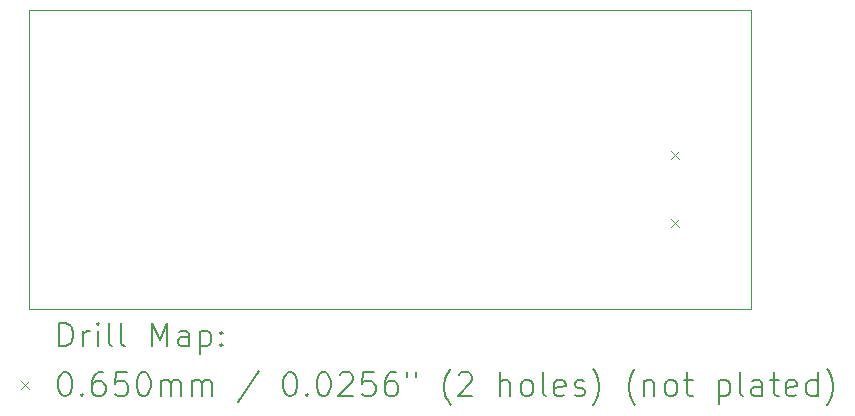
<source format=gbr>
%TF.GenerationSoftware,KiCad,Pcbnew,8.0.6*%
%TF.CreationDate,2024-12-01T18:19:09-08:00*%
%TF.ProjectId,SYNC-VT,53594e43-2d56-4542-9e6b-696361645f70,rev?*%
%TF.SameCoordinates,Original*%
%TF.FileFunction,Drillmap*%
%TF.FilePolarity,Positive*%
%FSLAX45Y45*%
G04 Gerber Fmt 4.5, Leading zero omitted, Abs format (unit mm)*
G04 Created by KiCad (PCBNEW 8.0.6) date 2024-12-01 18:19:09*
%MOMM*%
%LPD*%
G01*
G04 APERTURE LIST*
%ADD10C,0.100000*%
%ADD11C,0.200000*%
G04 APERTURE END LIST*
D10*
X8901000Y-3668000D02*
X15009000Y-3668000D01*
X15009000Y-6196000D01*
X8901000Y-6196000D01*
X8901000Y-3668000D01*
D11*
D10*
X14333875Y-4858500D02*
X14398875Y-4923500D01*
X14398875Y-4858500D02*
X14333875Y-4923500D01*
X14333875Y-5436500D02*
X14398875Y-5501500D01*
X14398875Y-5436500D02*
X14333875Y-5501500D01*
D11*
X9156777Y-6512484D02*
X9156777Y-6312484D01*
X9156777Y-6312484D02*
X9204396Y-6312484D01*
X9204396Y-6312484D02*
X9232967Y-6322008D01*
X9232967Y-6322008D02*
X9252015Y-6341055D01*
X9252015Y-6341055D02*
X9261539Y-6360103D01*
X9261539Y-6360103D02*
X9271063Y-6398198D01*
X9271063Y-6398198D02*
X9271063Y-6426769D01*
X9271063Y-6426769D02*
X9261539Y-6464865D01*
X9261539Y-6464865D02*
X9252015Y-6483912D01*
X9252015Y-6483912D02*
X9232967Y-6502960D01*
X9232967Y-6502960D02*
X9204396Y-6512484D01*
X9204396Y-6512484D02*
X9156777Y-6512484D01*
X9356777Y-6512484D02*
X9356777Y-6379150D01*
X9356777Y-6417246D02*
X9366301Y-6398198D01*
X9366301Y-6398198D02*
X9375824Y-6388674D01*
X9375824Y-6388674D02*
X9394872Y-6379150D01*
X9394872Y-6379150D02*
X9413920Y-6379150D01*
X9480586Y-6512484D02*
X9480586Y-6379150D01*
X9480586Y-6312484D02*
X9471063Y-6322008D01*
X9471063Y-6322008D02*
X9480586Y-6331531D01*
X9480586Y-6331531D02*
X9490110Y-6322008D01*
X9490110Y-6322008D02*
X9480586Y-6312484D01*
X9480586Y-6312484D02*
X9480586Y-6331531D01*
X9604396Y-6512484D02*
X9585348Y-6502960D01*
X9585348Y-6502960D02*
X9575824Y-6483912D01*
X9575824Y-6483912D02*
X9575824Y-6312484D01*
X9709158Y-6512484D02*
X9690110Y-6502960D01*
X9690110Y-6502960D02*
X9680586Y-6483912D01*
X9680586Y-6483912D02*
X9680586Y-6312484D01*
X9937729Y-6512484D02*
X9937729Y-6312484D01*
X9937729Y-6312484D02*
X10004396Y-6455341D01*
X10004396Y-6455341D02*
X10071063Y-6312484D01*
X10071063Y-6312484D02*
X10071063Y-6512484D01*
X10252015Y-6512484D02*
X10252015Y-6407722D01*
X10252015Y-6407722D02*
X10242491Y-6388674D01*
X10242491Y-6388674D02*
X10223444Y-6379150D01*
X10223444Y-6379150D02*
X10185348Y-6379150D01*
X10185348Y-6379150D02*
X10166301Y-6388674D01*
X10252015Y-6502960D02*
X10232967Y-6512484D01*
X10232967Y-6512484D02*
X10185348Y-6512484D01*
X10185348Y-6512484D02*
X10166301Y-6502960D01*
X10166301Y-6502960D02*
X10156777Y-6483912D01*
X10156777Y-6483912D02*
X10156777Y-6464865D01*
X10156777Y-6464865D02*
X10166301Y-6445817D01*
X10166301Y-6445817D02*
X10185348Y-6436293D01*
X10185348Y-6436293D02*
X10232967Y-6436293D01*
X10232967Y-6436293D02*
X10252015Y-6426769D01*
X10347253Y-6379150D02*
X10347253Y-6579150D01*
X10347253Y-6388674D02*
X10366301Y-6379150D01*
X10366301Y-6379150D02*
X10404396Y-6379150D01*
X10404396Y-6379150D02*
X10423444Y-6388674D01*
X10423444Y-6388674D02*
X10432967Y-6398198D01*
X10432967Y-6398198D02*
X10442491Y-6417246D01*
X10442491Y-6417246D02*
X10442491Y-6474388D01*
X10442491Y-6474388D02*
X10432967Y-6493436D01*
X10432967Y-6493436D02*
X10423444Y-6502960D01*
X10423444Y-6502960D02*
X10404396Y-6512484D01*
X10404396Y-6512484D02*
X10366301Y-6512484D01*
X10366301Y-6512484D02*
X10347253Y-6502960D01*
X10528205Y-6493436D02*
X10537729Y-6502960D01*
X10537729Y-6502960D02*
X10528205Y-6512484D01*
X10528205Y-6512484D02*
X10518682Y-6502960D01*
X10518682Y-6502960D02*
X10528205Y-6493436D01*
X10528205Y-6493436D02*
X10528205Y-6512484D01*
X10528205Y-6388674D02*
X10537729Y-6398198D01*
X10537729Y-6398198D02*
X10528205Y-6407722D01*
X10528205Y-6407722D02*
X10518682Y-6398198D01*
X10518682Y-6398198D02*
X10528205Y-6388674D01*
X10528205Y-6388674D02*
X10528205Y-6407722D01*
D10*
X8831000Y-6808500D02*
X8896000Y-6873500D01*
X8896000Y-6808500D02*
X8831000Y-6873500D01*
D11*
X9194872Y-6732484D02*
X9213920Y-6732484D01*
X9213920Y-6732484D02*
X9232967Y-6742008D01*
X9232967Y-6742008D02*
X9242491Y-6751531D01*
X9242491Y-6751531D02*
X9252015Y-6770579D01*
X9252015Y-6770579D02*
X9261539Y-6808674D01*
X9261539Y-6808674D02*
X9261539Y-6856293D01*
X9261539Y-6856293D02*
X9252015Y-6894388D01*
X9252015Y-6894388D02*
X9242491Y-6913436D01*
X9242491Y-6913436D02*
X9232967Y-6922960D01*
X9232967Y-6922960D02*
X9213920Y-6932484D01*
X9213920Y-6932484D02*
X9194872Y-6932484D01*
X9194872Y-6932484D02*
X9175824Y-6922960D01*
X9175824Y-6922960D02*
X9166301Y-6913436D01*
X9166301Y-6913436D02*
X9156777Y-6894388D01*
X9156777Y-6894388D02*
X9147253Y-6856293D01*
X9147253Y-6856293D02*
X9147253Y-6808674D01*
X9147253Y-6808674D02*
X9156777Y-6770579D01*
X9156777Y-6770579D02*
X9166301Y-6751531D01*
X9166301Y-6751531D02*
X9175824Y-6742008D01*
X9175824Y-6742008D02*
X9194872Y-6732484D01*
X9347253Y-6913436D02*
X9356777Y-6922960D01*
X9356777Y-6922960D02*
X9347253Y-6932484D01*
X9347253Y-6932484D02*
X9337729Y-6922960D01*
X9337729Y-6922960D02*
X9347253Y-6913436D01*
X9347253Y-6913436D02*
X9347253Y-6932484D01*
X9528205Y-6732484D02*
X9490110Y-6732484D01*
X9490110Y-6732484D02*
X9471063Y-6742008D01*
X9471063Y-6742008D02*
X9461539Y-6751531D01*
X9461539Y-6751531D02*
X9442491Y-6780103D01*
X9442491Y-6780103D02*
X9432967Y-6818198D01*
X9432967Y-6818198D02*
X9432967Y-6894388D01*
X9432967Y-6894388D02*
X9442491Y-6913436D01*
X9442491Y-6913436D02*
X9452015Y-6922960D01*
X9452015Y-6922960D02*
X9471063Y-6932484D01*
X9471063Y-6932484D02*
X9509158Y-6932484D01*
X9509158Y-6932484D02*
X9528205Y-6922960D01*
X9528205Y-6922960D02*
X9537729Y-6913436D01*
X9537729Y-6913436D02*
X9547253Y-6894388D01*
X9547253Y-6894388D02*
X9547253Y-6846769D01*
X9547253Y-6846769D02*
X9537729Y-6827722D01*
X9537729Y-6827722D02*
X9528205Y-6818198D01*
X9528205Y-6818198D02*
X9509158Y-6808674D01*
X9509158Y-6808674D02*
X9471063Y-6808674D01*
X9471063Y-6808674D02*
X9452015Y-6818198D01*
X9452015Y-6818198D02*
X9442491Y-6827722D01*
X9442491Y-6827722D02*
X9432967Y-6846769D01*
X9728205Y-6732484D02*
X9632967Y-6732484D01*
X9632967Y-6732484D02*
X9623444Y-6827722D01*
X9623444Y-6827722D02*
X9632967Y-6818198D01*
X9632967Y-6818198D02*
X9652015Y-6808674D01*
X9652015Y-6808674D02*
X9699634Y-6808674D01*
X9699634Y-6808674D02*
X9718682Y-6818198D01*
X9718682Y-6818198D02*
X9728205Y-6827722D01*
X9728205Y-6827722D02*
X9737729Y-6846769D01*
X9737729Y-6846769D02*
X9737729Y-6894388D01*
X9737729Y-6894388D02*
X9728205Y-6913436D01*
X9728205Y-6913436D02*
X9718682Y-6922960D01*
X9718682Y-6922960D02*
X9699634Y-6932484D01*
X9699634Y-6932484D02*
X9652015Y-6932484D01*
X9652015Y-6932484D02*
X9632967Y-6922960D01*
X9632967Y-6922960D02*
X9623444Y-6913436D01*
X9861539Y-6732484D02*
X9880586Y-6732484D01*
X9880586Y-6732484D02*
X9899634Y-6742008D01*
X9899634Y-6742008D02*
X9909158Y-6751531D01*
X9909158Y-6751531D02*
X9918682Y-6770579D01*
X9918682Y-6770579D02*
X9928205Y-6808674D01*
X9928205Y-6808674D02*
X9928205Y-6856293D01*
X9928205Y-6856293D02*
X9918682Y-6894388D01*
X9918682Y-6894388D02*
X9909158Y-6913436D01*
X9909158Y-6913436D02*
X9899634Y-6922960D01*
X9899634Y-6922960D02*
X9880586Y-6932484D01*
X9880586Y-6932484D02*
X9861539Y-6932484D01*
X9861539Y-6932484D02*
X9842491Y-6922960D01*
X9842491Y-6922960D02*
X9832967Y-6913436D01*
X9832967Y-6913436D02*
X9823444Y-6894388D01*
X9823444Y-6894388D02*
X9813920Y-6856293D01*
X9813920Y-6856293D02*
X9813920Y-6808674D01*
X9813920Y-6808674D02*
X9823444Y-6770579D01*
X9823444Y-6770579D02*
X9832967Y-6751531D01*
X9832967Y-6751531D02*
X9842491Y-6742008D01*
X9842491Y-6742008D02*
X9861539Y-6732484D01*
X10013920Y-6932484D02*
X10013920Y-6799150D01*
X10013920Y-6818198D02*
X10023444Y-6808674D01*
X10023444Y-6808674D02*
X10042491Y-6799150D01*
X10042491Y-6799150D02*
X10071063Y-6799150D01*
X10071063Y-6799150D02*
X10090110Y-6808674D01*
X10090110Y-6808674D02*
X10099634Y-6827722D01*
X10099634Y-6827722D02*
X10099634Y-6932484D01*
X10099634Y-6827722D02*
X10109158Y-6808674D01*
X10109158Y-6808674D02*
X10128205Y-6799150D01*
X10128205Y-6799150D02*
X10156777Y-6799150D01*
X10156777Y-6799150D02*
X10175825Y-6808674D01*
X10175825Y-6808674D02*
X10185348Y-6827722D01*
X10185348Y-6827722D02*
X10185348Y-6932484D01*
X10280586Y-6932484D02*
X10280586Y-6799150D01*
X10280586Y-6818198D02*
X10290110Y-6808674D01*
X10290110Y-6808674D02*
X10309158Y-6799150D01*
X10309158Y-6799150D02*
X10337729Y-6799150D01*
X10337729Y-6799150D02*
X10356777Y-6808674D01*
X10356777Y-6808674D02*
X10366301Y-6827722D01*
X10366301Y-6827722D02*
X10366301Y-6932484D01*
X10366301Y-6827722D02*
X10375825Y-6808674D01*
X10375825Y-6808674D02*
X10394872Y-6799150D01*
X10394872Y-6799150D02*
X10423444Y-6799150D01*
X10423444Y-6799150D02*
X10442491Y-6808674D01*
X10442491Y-6808674D02*
X10452015Y-6827722D01*
X10452015Y-6827722D02*
X10452015Y-6932484D01*
X10842491Y-6722960D02*
X10671063Y-6980103D01*
X11099634Y-6732484D02*
X11118682Y-6732484D01*
X11118682Y-6732484D02*
X11137729Y-6742008D01*
X11137729Y-6742008D02*
X11147253Y-6751531D01*
X11147253Y-6751531D02*
X11156777Y-6770579D01*
X11156777Y-6770579D02*
X11166301Y-6808674D01*
X11166301Y-6808674D02*
X11166301Y-6856293D01*
X11166301Y-6856293D02*
X11156777Y-6894388D01*
X11156777Y-6894388D02*
X11147253Y-6913436D01*
X11147253Y-6913436D02*
X11137729Y-6922960D01*
X11137729Y-6922960D02*
X11118682Y-6932484D01*
X11118682Y-6932484D02*
X11099634Y-6932484D01*
X11099634Y-6932484D02*
X11080587Y-6922960D01*
X11080587Y-6922960D02*
X11071063Y-6913436D01*
X11071063Y-6913436D02*
X11061539Y-6894388D01*
X11061539Y-6894388D02*
X11052015Y-6856293D01*
X11052015Y-6856293D02*
X11052015Y-6808674D01*
X11052015Y-6808674D02*
X11061539Y-6770579D01*
X11061539Y-6770579D02*
X11071063Y-6751531D01*
X11071063Y-6751531D02*
X11080587Y-6742008D01*
X11080587Y-6742008D02*
X11099634Y-6732484D01*
X11252015Y-6913436D02*
X11261539Y-6922960D01*
X11261539Y-6922960D02*
X11252015Y-6932484D01*
X11252015Y-6932484D02*
X11242491Y-6922960D01*
X11242491Y-6922960D02*
X11252015Y-6913436D01*
X11252015Y-6913436D02*
X11252015Y-6932484D01*
X11385348Y-6732484D02*
X11404396Y-6732484D01*
X11404396Y-6732484D02*
X11423444Y-6742008D01*
X11423444Y-6742008D02*
X11432967Y-6751531D01*
X11432967Y-6751531D02*
X11442491Y-6770579D01*
X11442491Y-6770579D02*
X11452015Y-6808674D01*
X11452015Y-6808674D02*
X11452015Y-6856293D01*
X11452015Y-6856293D02*
X11442491Y-6894388D01*
X11442491Y-6894388D02*
X11432967Y-6913436D01*
X11432967Y-6913436D02*
X11423444Y-6922960D01*
X11423444Y-6922960D02*
X11404396Y-6932484D01*
X11404396Y-6932484D02*
X11385348Y-6932484D01*
X11385348Y-6932484D02*
X11366301Y-6922960D01*
X11366301Y-6922960D02*
X11356777Y-6913436D01*
X11356777Y-6913436D02*
X11347253Y-6894388D01*
X11347253Y-6894388D02*
X11337729Y-6856293D01*
X11337729Y-6856293D02*
X11337729Y-6808674D01*
X11337729Y-6808674D02*
X11347253Y-6770579D01*
X11347253Y-6770579D02*
X11356777Y-6751531D01*
X11356777Y-6751531D02*
X11366301Y-6742008D01*
X11366301Y-6742008D02*
X11385348Y-6732484D01*
X11528206Y-6751531D02*
X11537729Y-6742008D01*
X11537729Y-6742008D02*
X11556777Y-6732484D01*
X11556777Y-6732484D02*
X11604396Y-6732484D01*
X11604396Y-6732484D02*
X11623444Y-6742008D01*
X11623444Y-6742008D02*
X11632967Y-6751531D01*
X11632967Y-6751531D02*
X11642491Y-6770579D01*
X11642491Y-6770579D02*
X11642491Y-6789627D01*
X11642491Y-6789627D02*
X11632967Y-6818198D01*
X11632967Y-6818198D02*
X11518682Y-6932484D01*
X11518682Y-6932484D02*
X11642491Y-6932484D01*
X11823444Y-6732484D02*
X11728206Y-6732484D01*
X11728206Y-6732484D02*
X11718682Y-6827722D01*
X11718682Y-6827722D02*
X11728206Y-6818198D01*
X11728206Y-6818198D02*
X11747253Y-6808674D01*
X11747253Y-6808674D02*
X11794872Y-6808674D01*
X11794872Y-6808674D02*
X11813920Y-6818198D01*
X11813920Y-6818198D02*
X11823444Y-6827722D01*
X11823444Y-6827722D02*
X11832967Y-6846769D01*
X11832967Y-6846769D02*
X11832967Y-6894388D01*
X11832967Y-6894388D02*
X11823444Y-6913436D01*
X11823444Y-6913436D02*
X11813920Y-6922960D01*
X11813920Y-6922960D02*
X11794872Y-6932484D01*
X11794872Y-6932484D02*
X11747253Y-6932484D01*
X11747253Y-6932484D02*
X11728206Y-6922960D01*
X11728206Y-6922960D02*
X11718682Y-6913436D01*
X12004396Y-6732484D02*
X11966301Y-6732484D01*
X11966301Y-6732484D02*
X11947253Y-6742008D01*
X11947253Y-6742008D02*
X11937729Y-6751531D01*
X11937729Y-6751531D02*
X11918682Y-6780103D01*
X11918682Y-6780103D02*
X11909158Y-6818198D01*
X11909158Y-6818198D02*
X11909158Y-6894388D01*
X11909158Y-6894388D02*
X11918682Y-6913436D01*
X11918682Y-6913436D02*
X11928206Y-6922960D01*
X11928206Y-6922960D02*
X11947253Y-6932484D01*
X11947253Y-6932484D02*
X11985348Y-6932484D01*
X11985348Y-6932484D02*
X12004396Y-6922960D01*
X12004396Y-6922960D02*
X12013920Y-6913436D01*
X12013920Y-6913436D02*
X12023444Y-6894388D01*
X12023444Y-6894388D02*
X12023444Y-6846769D01*
X12023444Y-6846769D02*
X12013920Y-6827722D01*
X12013920Y-6827722D02*
X12004396Y-6818198D01*
X12004396Y-6818198D02*
X11985348Y-6808674D01*
X11985348Y-6808674D02*
X11947253Y-6808674D01*
X11947253Y-6808674D02*
X11928206Y-6818198D01*
X11928206Y-6818198D02*
X11918682Y-6827722D01*
X11918682Y-6827722D02*
X11909158Y-6846769D01*
X12099634Y-6732484D02*
X12099634Y-6770579D01*
X12175825Y-6732484D02*
X12175825Y-6770579D01*
X12471063Y-7008674D02*
X12461539Y-6999150D01*
X12461539Y-6999150D02*
X12442491Y-6970579D01*
X12442491Y-6970579D02*
X12432968Y-6951531D01*
X12432968Y-6951531D02*
X12423444Y-6922960D01*
X12423444Y-6922960D02*
X12413920Y-6875341D01*
X12413920Y-6875341D02*
X12413920Y-6837246D01*
X12413920Y-6837246D02*
X12423444Y-6789627D01*
X12423444Y-6789627D02*
X12432968Y-6761055D01*
X12432968Y-6761055D02*
X12442491Y-6742008D01*
X12442491Y-6742008D02*
X12461539Y-6713436D01*
X12461539Y-6713436D02*
X12471063Y-6703912D01*
X12537729Y-6751531D02*
X12547253Y-6742008D01*
X12547253Y-6742008D02*
X12566301Y-6732484D01*
X12566301Y-6732484D02*
X12613920Y-6732484D01*
X12613920Y-6732484D02*
X12632968Y-6742008D01*
X12632968Y-6742008D02*
X12642491Y-6751531D01*
X12642491Y-6751531D02*
X12652015Y-6770579D01*
X12652015Y-6770579D02*
X12652015Y-6789627D01*
X12652015Y-6789627D02*
X12642491Y-6818198D01*
X12642491Y-6818198D02*
X12528206Y-6932484D01*
X12528206Y-6932484D02*
X12652015Y-6932484D01*
X12890110Y-6932484D02*
X12890110Y-6732484D01*
X12975825Y-6932484D02*
X12975825Y-6827722D01*
X12975825Y-6827722D02*
X12966301Y-6808674D01*
X12966301Y-6808674D02*
X12947253Y-6799150D01*
X12947253Y-6799150D02*
X12918682Y-6799150D01*
X12918682Y-6799150D02*
X12899634Y-6808674D01*
X12899634Y-6808674D02*
X12890110Y-6818198D01*
X13099634Y-6932484D02*
X13080587Y-6922960D01*
X13080587Y-6922960D02*
X13071063Y-6913436D01*
X13071063Y-6913436D02*
X13061539Y-6894388D01*
X13061539Y-6894388D02*
X13061539Y-6837246D01*
X13061539Y-6837246D02*
X13071063Y-6818198D01*
X13071063Y-6818198D02*
X13080587Y-6808674D01*
X13080587Y-6808674D02*
X13099634Y-6799150D01*
X13099634Y-6799150D02*
X13128206Y-6799150D01*
X13128206Y-6799150D02*
X13147253Y-6808674D01*
X13147253Y-6808674D02*
X13156777Y-6818198D01*
X13156777Y-6818198D02*
X13166301Y-6837246D01*
X13166301Y-6837246D02*
X13166301Y-6894388D01*
X13166301Y-6894388D02*
X13156777Y-6913436D01*
X13156777Y-6913436D02*
X13147253Y-6922960D01*
X13147253Y-6922960D02*
X13128206Y-6932484D01*
X13128206Y-6932484D02*
X13099634Y-6932484D01*
X13280587Y-6932484D02*
X13261539Y-6922960D01*
X13261539Y-6922960D02*
X13252015Y-6903912D01*
X13252015Y-6903912D02*
X13252015Y-6732484D01*
X13432968Y-6922960D02*
X13413920Y-6932484D01*
X13413920Y-6932484D02*
X13375825Y-6932484D01*
X13375825Y-6932484D02*
X13356777Y-6922960D01*
X13356777Y-6922960D02*
X13347253Y-6903912D01*
X13347253Y-6903912D02*
X13347253Y-6827722D01*
X13347253Y-6827722D02*
X13356777Y-6808674D01*
X13356777Y-6808674D02*
X13375825Y-6799150D01*
X13375825Y-6799150D02*
X13413920Y-6799150D01*
X13413920Y-6799150D02*
X13432968Y-6808674D01*
X13432968Y-6808674D02*
X13442491Y-6827722D01*
X13442491Y-6827722D02*
X13442491Y-6846769D01*
X13442491Y-6846769D02*
X13347253Y-6865817D01*
X13518682Y-6922960D02*
X13537730Y-6932484D01*
X13537730Y-6932484D02*
X13575825Y-6932484D01*
X13575825Y-6932484D02*
X13594872Y-6922960D01*
X13594872Y-6922960D02*
X13604396Y-6903912D01*
X13604396Y-6903912D02*
X13604396Y-6894388D01*
X13604396Y-6894388D02*
X13594872Y-6875341D01*
X13594872Y-6875341D02*
X13575825Y-6865817D01*
X13575825Y-6865817D02*
X13547253Y-6865817D01*
X13547253Y-6865817D02*
X13528206Y-6856293D01*
X13528206Y-6856293D02*
X13518682Y-6837246D01*
X13518682Y-6837246D02*
X13518682Y-6827722D01*
X13518682Y-6827722D02*
X13528206Y-6808674D01*
X13528206Y-6808674D02*
X13547253Y-6799150D01*
X13547253Y-6799150D02*
X13575825Y-6799150D01*
X13575825Y-6799150D02*
X13594872Y-6808674D01*
X13671063Y-7008674D02*
X13680587Y-6999150D01*
X13680587Y-6999150D02*
X13699634Y-6970579D01*
X13699634Y-6970579D02*
X13709158Y-6951531D01*
X13709158Y-6951531D02*
X13718682Y-6922960D01*
X13718682Y-6922960D02*
X13728206Y-6875341D01*
X13728206Y-6875341D02*
X13728206Y-6837246D01*
X13728206Y-6837246D02*
X13718682Y-6789627D01*
X13718682Y-6789627D02*
X13709158Y-6761055D01*
X13709158Y-6761055D02*
X13699634Y-6742008D01*
X13699634Y-6742008D02*
X13680587Y-6713436D01*
X13680587Y-6713436D02*
X13671063Y-6703912D01*
X14032968Y-7008674D02*
X14023444Y-6999150D01*
X14023444Y-6999150D02*
X14004396Y-6970579D01*
X14004396Y-6970579D02*
X13994872Y-6951531D01*
X13994872Y-6951531D02*
X13985349Y-6922960D01*
X13985349Y-6922960D02*
X13975825Y-6875341D01*
X13975825Y-6875341D02*
X13975825Y-6837246D01*
X13975825Y-6837246D02*
X13985349Y-6789627D01*
X13985349Y-6789627D02*
X13994872Y-6761055D01*
X13994872Y-6761055D02*
X14004396Y-6742008D01*
X14004396Y-6742008D02*
X14023444Y-6713436D01*
X14023444Y-6713436D02*
X14032968Y-6703912D01*
X14109158Y-6799150D02*
X14109158Y-6932484D01*
X14109158Y-6818198D02*
X14118682Y-6808674D01*
X14118682Y-6808674D02*
X14137730Y-6799150D01*
X14137730Y-6799150D02*
X14166301Y-6799150D01*
X14166301Y-6799150D02*
X14185349Y-6808674D01*
X14185349Y-6808674D02*
X14194872Y-6827722D01*
X14194872Y-6827722D02*
X14194872Y-6932484D01*
X14318682Y-6932484D02*
X14299634Y-6922960D01*
X14299634Y-6922960D02*
X14290111Y-6913436D01*
X14290111Y-6913436D02*
X14280587Y-6894388D01*
X14280587Y-6894388D02*
X14280587Y-6837246D01*
X14280587Y-6837246D02*
X14290111Y-6818198D01*
X14290111Y-6818198D02*
X14299634Y-6808674D01*
X14299634Y-6808674D02*
X14318682Y-6799150D01*
X14318682Y-6799150D02*
X14347253Y-6799150D01*
X14347253Y-6799150D02*
X14366301Y-6808674D01*
X14366301Y-6808674D02*
X14375825Y-6818198D01*
X14375825Y-6818198D02*
X14385349Y-6837246D01*
X14385349Y-6837246D02*
X14385349Y-6894388D01*
X14385349Y-6894388D02*
X14375825Y-6913436D01*
X14375825Y-6913436D02*
X14366301Y-6922960D01*
X14366301Y-6922960D02*
X14347253Y-6932484D01*
X14347253Y-6932484D02*
X14318682Y-6932484D01*
X14442492Y-6799150D02*
X14518682Y-6799150D01*
X14471063Y-6732484D02*
X14471063Y-6903912D01*
X14471063Y-6903912D02*
X14480587Y-6922960D01*
X14480587Y-6922960D02*
X14499634Y-6932484D01*
X14499634Y-6932484D02*
X14518682Y-6932484D01*
X14737730Y-6799150D02*
X14737730Y-6999150D01*
X14737730Y-6808674D02*
X14756777Y-6799150D01*
X14756777Y-6799150D02*
X14794873Y-6799150D01*
X14794873Y-6799150D02*
X14813920Y-6808674D01*
X14813920Y-6808674D02*
X14823444Y-6818198D01*
X14823444Y-6818198D02*
X14832968Y-6837246D01*
X14832968Y-6837246D02*
X14832968Y-6894388D01*
X14832968Y-6894388D02*
X14823444Y-6913436D01*
X14823444Y-6913436D02*
X14813920Y-6922960D01*
X14813920Y-6922960D02*
X14794873Y-6932484D01*
X14794873Y-6932484D02*
X14756777Y-6932484D01*
X14756777Y-6932484D02*
X14737730Y-6922960D01*
X14947253Y-6932484D02*
X14928206Y-6922960D01*
X14928206Y-6922960D02*
X14918682Y-6903912D01*
X14918682Y-6903912D02*
X14918682Y-6732484D01*
X15109158Y-6932484D02*
X15109158Y-6827722D01*
X15109158Y-6827722D02*
X15099634Y-6808674D01*
X15099634Y-6808674D02*
X15080587Y-6799150D01*
X15080587Y-6799150D02*
X15042492Y-6799150D01*
X15042492Y-6799150D02*
X15023444Y-6808674D01*
X15109158Y-6922960D02*
X15090111Y-6932484D01*
X15090111Y-6932484D02*
X15042492Y-6932484D01*
X15042492Y-6932484D02*
X15023444Y-6922960D01*
X15023444Y-6922960D02*
X15013920Y-6903912D01*
X15013920Y-6903912D02*
X15013920Y-6884865D01*
X15013920Y-6884865D02*
X15023444Y-6865817D01*
X15023444Y-6865817D02*
X15042492Y-6856293D01*
X15042492Y-6856293D02*
X15090111Y-6856293D01*
X15090111Y-6856293D02*
X15109158Y-6846769D01*
X15175825Y-6799150D02*
X15252015Y-6799150D01*
X15204396Y-6732484D02*
X15204396Y-6903912D01*
X15204396Y-6903912D02*
X15213920Y-6922960D01*
X15213920Y-6922960D02*
X15232968Y-6932484D01*
X15232968Y-6932484D02*
X15252015Y-6932484D01*
X15394873Y-6922960D02*
X15375825Y-6932484D01*
X15375825Y-6932484D02*
X15337730Y-6932484D01*
X15337730Y-6932484D02*
X15318682Y-6922960D01*
X15318682Y-6922960D02*
X15309158Y-6903912D01*
X15309158Y-6903912D02*
X15309158Y-6827722D01*
X15309158Y-6827722D02*
X15318682Y-6808674D01*
X15318682Y-6808674D02*
X15337730Y-6799150D01*
X15337730Y-6799150D02*
X15375825Y-6799150D01*
X15375825Y-6799150D02*
X15394873Y-6808674D01*
X15394873Y-6808674D02*
X15404396Y-6827722D01*
X15404396Y-6827722D02*
X15404396Y-6846769D01*
X15404396Y-6846769D02*
X15309158Y-6865817D01*
X15575825Y-6932484D02*
X15575825Y-6732484D01*
X15575825Y-6922960D02*
X15556777Y-6932484D01*
X15556777Y-6932484D02*
X15518682Y-6932484D01*
X15518682Y-6932484D02*
X15499634Y-6922960D01*
X15499634Y-6922960D02*
X15490111Y-6913436D01*
X15490111Y-6913436D02*
X15480587Y-6894388D01*
X15480587Y-6894388D02*
X15480587Y-6837246D01*
X15480587Y-6837246D02*
X15490111Y-6818198D01*
X15490111Y-6818198D02*
X15499634Y-6808674D01*
X15499634Y-6808674D02*
X15518682Y-6799150D01*
X15518682Y-6799150D02*
X15556777Y-6799150D01*
X15556777Y-6799150D02*
X15575825Y-6808674D01*
X15652015Y-7008674D02*
X15661539Y-6999150D01*
X15661539Y-6999150D02*
X15680587Y-6970579D01*
X15680587Y-6970579D02*
X15690111Y-6951531D01*
X15690111Y-6951531D02*
X15699634Y-6922960D01*
X15699634Y-6922960D02*
X15709158Y-6875341D01*
X15709158Y-6875341D02*
X15709158Y-6837246D01*
X15709158Y-6837246D02*
X15699634Y-6789627D01*
X15699634Y-6789627D02*
X15690111Y-6761055D01*
X15690111Y-6761055D02*
X15680587Y-6742008D01*
X15680587Y-6742008D02*
X15661539Y-6713436D01*
X15661539Y-6713436D02*
X15652015Y-6703912D01*
M02*

</source>
